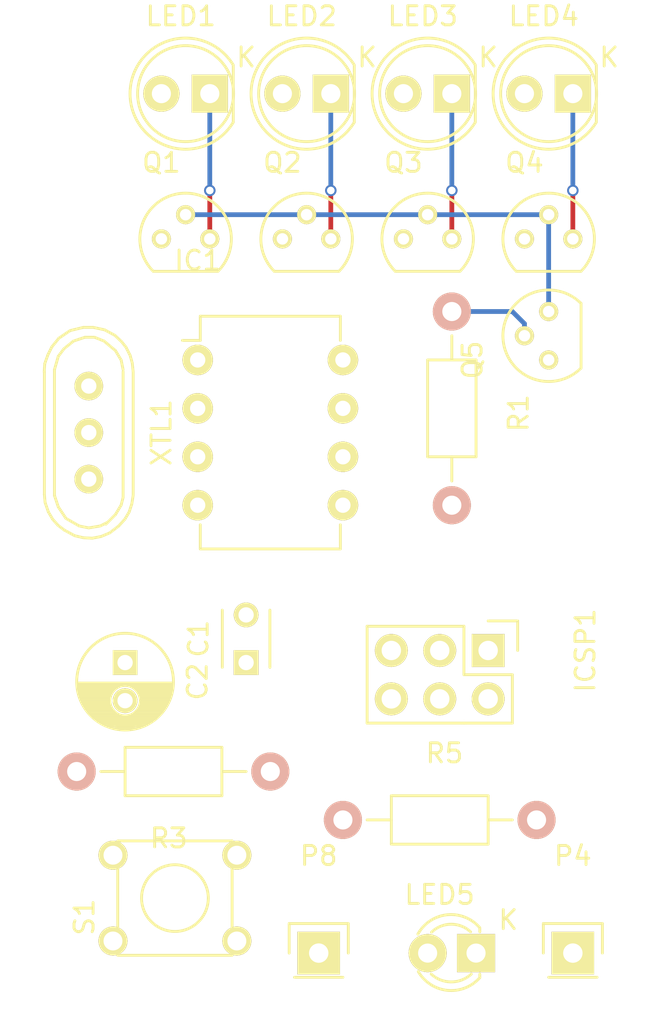
<source format=kicad_pcb>
(kicad_pcb (version 4) (host pcbnew 4.0.2-stable)

  (general
    (links 43)
    (no_connects 36)
    (area 0 0 0 0)
    (thickness 1.6)
    (drawings 0)
    (tracks 17)
    (zones 0)
    (modules 21)
    (nets 16)
  )

  (page A4)
  (layers
    (0 F.Cu signal)
    (31 B.Cu signal)
    (32 B.Adhes user)
    (33 F.Adhes user)
    (34 B.Paste user)
    (35 F.Paste user)
    (36 B.SilkS user)
    (37 F.SilkS user)
    (38 B.Mask user)
    (39 F.Mask user)
    (40 Dwgs.User user)
    (41 Cmts.User user)
    (42 Eco1.User user)
    (43 Eco2.User user)
    (44 Edge.Cuts user)
    (45 Margin user)
    (46 B.CrtYd user)
    (47 F.CrtYd user)
    (48 B.Fab user)
    (49 F.Fab user)
  )

  (setup
    (last_trace_width 0.25)
    (trace_clearance 0.2)
    (zone_clearance 0.508)
    (zone_45_only no)
    (trace_min 0.2)
    (segment_width 0.2)
    (edge_width 0.15)
    (via_size 0.6)
    (via_drill 0.4)
    (via_min_size 0.4)
    (via_min_drill 0.3)
    (uvia_size 0.3)
    (uvia_drill 0.1)
    (uvias_allowed no)
    (uvia_min_size 0.2)
    (uvia_min_drill 0.1)
    (pcb_text_width 0.3)
    (pcb_text_size 1.5 1.5)
    (mod_edge_width 0.15)
    (mod_text_size 1 1)
    (mod_text_width 0.15)
    (pad_size 1.524 1.524)
    (pad_drill 0.762)
    (pad_to_mask_clearance 0.2)
    (aux_axis_origin 0 0)
    (visible_elements FFFEFF7F)
    (pcbplotparams
      (layerselection 0x00030_80000001)
      (usegerberextensions false)
      (excludeedgelayer true)
      (linewidth 0.100000)
      (plotframeref false)
      (viasonmask false)
      (mode 1)
      (useauxorigin false)
      (hpglpennumber 1)
      (hpglpenspeed 20)
      (hpglpendiameter 15)
      (hpglpenoverlay 2)
      (psnegative false)
      (psa4output false)
      (plotreference true)
      (plotvalue true)
      (plotinvisibletext false)
      (padsonsilk false)
      (subtractmaskfromsilk false)
      (outputformat 1)
      (mirror false)
      (drillshape 1)
      (scaleselection 1)
      (outputdirectory ""))
  )

  (net 0 "")
  (net 1 VCC)
  (net 2 GND)
  (net 3 PB5)
  (net 4 PB3)
  (net 5 PB4)
  (net 6 PB0)
  (net 7 PB1)
  (net 8 PB2)
  (net 9 "Net-(LED1-Pad1)")
  (net 10 "Net-(LED2-Pad1)")
  (net 11 "Net-(LED3-Pad1)")
  (net 12 "Net-(LED4-Pad1)")
  (net 13 "Net-(LED5-Pad1)")
  (net 14 4xQ)
  (net 15 "Net-(Q5-Pad2)")

  (net_class Default "This is the default net class."
    (clearance 0.2)
    (trace_width 0.25)
    (via_dia 0.6)
    (via_drill 0.4)
    (uvia_dia 0.3)
    (uvia_drill 0.1)
    (add_net 4xQ)
    (add_net GND)
    (add_net "Net-(LED1-Pad1)")
    (add_net "Net-(LED2-Pad1)")
    (add_net "Net-(LED3-Pad1)")
    (add_net "Net-(LED4-Pad1)")
    (add_net "Net-(LED5-Pad1)")
    (add_net "Net-(Q5-Pad2)")
    (add_net PB0)
    (add_net PB1)
    (add_net PB2)
    (add_net PB3)
    (add_net PB4)
    (add_net PB5)
    (add_net VCC)
  )

  (module Capacitors_ThroughHole:C_Disc_D3_P2.5 (layer F.Cu) (tedit 0) (tstamp 57584DD7)
    (at 161.29 104.14 90)
    (descr "Capacitor 3mm Disc, Pitch 2.5mm")
    (tags Capacitor)
    (path /5757FD29)
    (fp_text reference C1 (at 1.25 -2.5 90) (layer F.SilkS)
      (effects (font (size 1 1) (thickness 0.15)))
    )
    (fp_text value 399-4151-ND (at 1.25 2.5 90) (layer F.Fab)
      (effects (font (size 1 1) (thickness 0.15)))
    )
    (fp_line (start -0.9 -1.5) (end 3.4 -1.5) (layer F.CrtYd) (width 0.05))
    (fp_line (start 3.4 -1.5) (end 3.4 1.5) (layer F.CrtYd) (width 0.05))
    (fp_line (start 3.4 1.5) (end -0.9 1.5) (layer F.CrtYd) (width 0.05))
    (fp_line (start -0.9 1.5) (end -0.9 -1.5) (layer F.CrtYd) (width 0.05))
    (fp_line (start -0.25 -1.25) (end 2.75 -1.25) (layer F.SilkS) (width 0.15))
    (fp_line (start 2.75 1.25) (end -0.25 1.25) (layer F.SilkS) (width 0.15))
    (pad 1 thru_hole rect (at 0 0 90) (size 1.3 1.3) (drill 0.8) (layers *.Cu *.Mask F.SilkS)
      (net 1 VCC))
    (pad 2 thru_hole circle (at 2.5 0 90) (size 1.3 1.3) (drill 0.8001) (layers *.Cu *.Mask F.SilkS)
      (net 2 GND))
    (model Capacitors_ThroughHole.3dshapes/C_Disc_D3_P2.5.wrl
      (at (xyz 0.0492126 0 0))
      (scale (xyz 1 1 1))
      (rotate (xyz 0 0 0))
    )
  )

  (module Capacitors_ThroughHole:C_Radial_D5_L11_P2 (layer F.Cu) (tedit 0) (tstamp 57584DDD)
    (at 154.94 104.14 270)
    (descr "Radial Electrolytic Capacitor 5mm x Length 11mm, Pitch 2mm")
    (tags "Electrolytic Capacitor")
    (path /5757FCDE)
    (fp_text reference C2 (at 1 -3.8 270) (layer F.SilkS)
      (effects (font (size 1 1) (thickness 0.15)))
    )
    (fp_text value 493-1004-ND (at 1 3.8 270) (layer F.Fab)
      (effects (font (size 1 1) (thickness 0.15)))
    )
    (fp_line (start 1.075 -2.499) (end 1.075 2.499) (layer F.SilkS) (width 0.15))
    (fp_line (start 1.215 -2.491) (end 1.215 -0.154) (layer F.SilkS) (width 0.15))
    (fp_line (start 1.215 0.154) (end 1.215 2.491) (layer F.SilkS) (width 0.15))
    (fp_line (start 1.355 -2.475) (end 1.355 -0.473) (layer F.SilkS) (width 0.15))
    (fp_line (start 1.355 0.473) (end 1.355 2.475) (layer F.SilkS) (width 0.15))
    (fp_line (start 1.495 -2.451) (end 1.495 -0.62) (layer F.SilkS) (width 0.15))
    (fp_line (start 1.495 0.62) (end 1.495 2.451) (layer F.SilkS) (width 0.15))
    (fp_line (start 1.635 -2.418) (end 1.635 -0.712) (layer F.SilkS) (width 0.15))
    (fp_line (start 1.635 0.712) (end 1.635 2.418) (layer F.SilkS) (width 0.15))
    (fp_line (start 1.775 -2.377) (end 1.775 -0.768) (layer F.SilkS) (width 0.15))
    (fp_line (start 1.775 0.768) (end 1.775 2.377) (layer F.SilkS) (width 0.15))
    (fp_line (start 1.915 -2.327) (end 1.915 -0.795) (layer F.SilkS) (width 0.15))
    (fp_line (start 1.915 0.795) (end 1.915 2.327) (layer F.SilkS) (width 0.15))
    (fp_line (start 2.055 -2.266) (end 2.055 -0.798) (layer F.SilkS) (width 0.15))
    (fp_line (start 2.055 0.798) (end 2.055 2.266) (layer F.SilkS) (width 0.15))
    (fp_line (start 2.195 -2.196) (end 2.195 -0.776) (layer F.SilkS) (width 0.15))
    (fp_line (start 2.195 0.776) (end 2.195 2.196) (layer F.SilkS) (width 0.15))
    (fp_line (start 2.335 -2.114) (end 2.335 -0.726) (layer F.SilkS) (width 0.15))
    (fp_line (start 2.335 0.726) (end 2.335 2.114) (layer F.SilkS) (width 0.15))
    (fp_line (start 2.475 -2.019) (end 2.475 -0.644) (layer F.SilkS) (width 0.15))
    (fp_line (start 2.475 0.644) (end 2.475 2.019) (layer F.SilkS) (width 0.15))
    (fp_line (start 2.615 -1.908) (end 2.615 -0.512) (layer F.SilkS) (width 0.15))
    (fp_line (start 2.615 0.512) (end 2.615 1.908) (layer F.SilkS) (width 0.15))
    (fp_line (start 2.755 -1.78) (end 2.755 -0.265) (layer F.SilkS) (width 0.15))
    (fp_line (start 2.755 0.265) (end 2.755 1.78) (layer F.SilkS) (width 0.15))
    (fp_line (start 2.895 -1.631) (end 2.895 1.631) (layer F.SilkS) (width 0.15))
    (fp_line (start 3.035 -1.452) (end 3.035 1.452) (layer F.SilkS) (width 0.15))
    (fp_line (start 3.175 -1.233) (end 3.175 1.233) (layer F.SilkS) (width 0.15))
    (fp_line (start 3.315 -0.944) (end 3.315 0.944) (layer F.SilkS) (width 0.15))
    (fp_line (start 3.455 -0.472) (end 3.455 0.472) (layer F.SilkS) (width 0.15))
    (fp_circle (center 2 0) (end 2 -0.8) (layer F.SilkS) (width 0.15))
    (fp_circle (center 1 0) (end 1 -2.5375) (layer F.SilkS) (width 0.15))
    (fp_circle (center 1 0) (end 1 -2.8) (layer F.CrtYd) (width 0.05))
    (pad 1 thru_hole rect (at 0 0 270) (size 1.3 1.3) (drill 0.8) (layers *.Cu *.Mask F.SilkS)
      (net 1 VCC))
    (pad 2 thru_hole circle (at 2 0 270) (size 1.3 1.3) (drill 0.8) (layers *.Cu *.Mask F.SilkS)
      (net 2 GND))
    (model Capacitors_ThroughHole.3dshapes/C_Radial_D5_L11_P2.wrl
      (at (xyz 0 0 0))
      (scale (xyz 1 1 1))
      (rotate (xyz 0 0 0))
    )
  )

  (module Housings_DIP:DIP-8_W7.62mm (layer F.Cu) (tedit 54130A77) (tstamp 57584DE9)
    (at 158.75 88.265)
    (descr "8-lead dip package, row spacing 7.62 mm (300 mils)")
    (tags "dil dip 2.54 300")
    (path /5757DE52)
    (fp_text reference IC1 (at 0 -5.22) (layer F.SilkS)
      (effects (font (size 1 1) (thickness 0.15)))
    )
    (fp_text value ATTINY85V-10PU-ND (at 0 -3.72) (layer F.Fab)
      (effects (font (size 1 1) (thickness 0.15)))
    )
    (fp_line (start -1.05 -2.45) (end -1.05 10.1) (layer F.CrtYd) (width 0.05))
    (fp_line (start 8.65 -2.45) (end 8.65 10.1) (layer F.CrtYd) (width 0.05))
    (fp_line (start -1.05 -2.45) (end 8.65 -2.45) (layer F.CrtYd) (width 0.05))
    (fp_line (start -1.05 10.1) (end 8.65 10.1) (layer F.CrtYd) (width 0.05))
    (fp_line (start 0.135 -2.295) (end 0.135 -1.025) (layer F.SilkS) (width 0.15))
    (fp_line (start 7.485 -2.295) (end 7.485 -1.025) (layer F.SilkS) (width 0.15))
    (fp_line (start 7.485 9.915) (end 7.485 8.645) (layer F.SilkS) (width 0.15))
    (fp_line (start 0.135 9.915) (end 0.135 8.645) (layer F.SilkS) (width 0.15))
    (fp_line (start 0.135 -2.295) (end 7.485 -2.295) (layer F.SilkS) (width 0.15))
    (fp_line (start 0.135 9.915) (end 7.485 9.915) (layer F.SilkS) (width 0.15))
    (fp_line (start 0.135 -1.025) (end -0.8 -1.025) (layer F.SilkS) (width 0.15))
    (pad 1 thru_hole oval (at 0 0) (size 1.6 1.6) (drill 0.8) (layers *.Cu *.Mask F.SilkS)
      (net 3 PB5))
    (pad 2 thru_hole oval (at 0 2.54) (size 1.6 1.6) (drill 0.8) (layers *.Cu *.Mask F.SilkS)
      (net 4 PB3))
    (pad 3 thru_hole oval (at 0 5.08) (size 1.6 1.6) (drill 0.8) (layers *.Cu *.Mask F.SilkS)
      (net 5 PB4))
    (pad 4 thru_hole oval (at 0 7.62) (size 1.6 1.6) (drill 0.8) (layers *.Cu *.Mask F.SilkS)
      (net 2 GND))
    (pad 5 thru_hole oval (at 7.62 7.62) (size 1.6 1.6) (drill 0.8) (layers *.Cu *.Mask F.SilkS)
      (net 6 PB0))
    (pad 6 thru_hole oval (at 7.62 5.08) (size 1.6 1.6) (drill 0.8) (layers *.Cu *.Mask F.SilkS)
      (net 7 PB1))
    (pad 7 thru_hole oval (at 7.62 2.54) (size 1.6 1.6) (drill 0.8) (layers *.Cu *.Mask F.SilkS)
      (net 8 PB2))
    (pad 8 thru_hole oval (at 7.62 0) (size 1.6 1.6) (drill 0.8) (layers *.Cu *.Mask F.SilkS)
      (net 1 VCC))
    (model Housings_DIP.3dshapes/DIP-8_W7.62mm.wrl
      (at (xyz 0 0 0))
      (scale (xyz 1 1 1))
      (rotate (xyz 0 0 0))
    )
  )

  (module LEDs:LED-5MM (layer F.Cu) (tedit 5570F7EA) (tstamp 57584DEF)
    (at 159.385 74.295 180)
    (descr "LED 5mm round vertical")
    (tags "LED 5mm round vertical")
    (path /57582165)
    (fp_text reference LED1 (at 1.524 4.064 180) (layer F.SilkS)
      (effects (font (size 1 1) (thickness 0.15)))
    )
    (fp_text value "1080-1082-ND " (at 1.524 -3.937 180) (layer F.Fab)
      (effects (font (size 1 1) (thickness 0.15)))
    )
    (fp_line (start -1.5 -1.55) (end -1.5 1.55) (layer F.CrtYd) (width 0.05))
    (fp_arc (start 1.3 0) (end -1.5 1.55) (angle -302) (layer F.CrtYd) (width 0.05))
    (fp_arc (start 1.27 0) (end -1.23 -1.5) (angle 297.5) (layer F.SilkS) (width 0.15))
    (fp_line (start -1.23 1.5) (end -1.23 -1.5) (layer F.SilkS) (width 0.15))
    (fp_circle (center 1.27 0) (end 0.97 -2.5) (layer F.SilkS) (width 0.15))
    (fp_text user K (at -1.905 1.905 180) (layer F.SilkS)
      (effects (font (size 1 1) (thickness 0.15)))
    )
    (pad 1 thru_hole rect (at 0 0 270) (size 2 1.9) (drill 1.00076) (layers *.Cu *.Mask F.SilkS)
      (net 9 "Net-(LED1-Pad1)"))
    (pad 2 thru_hole circle (at 2.54 0 180) (size 1.9 1.9) (drill 1.00076) (layers *.Cu *.Mask F.SilkS)
      (net 1 VCC))
    (model LEDs.3dshapes/LED-5MM.wrl
      (at (xyz 0.05 0 0))
      (scale (xyz 1 1 1))
      (rotate (xyz 0 0 90))
    )
  )

  (module LEDs:LED-5MM (layer F.Cu) (tedit 5570F7EA) (tstamp 57584DF5)
    (at 165.735 74.295 180)
    (descr "LED 5mm round vertical")
    (tags "LED 5mm round vertical")
    (path /575824DC)
    (fp_text reference LED2 (at 1.524 4.064 180) (layer F.SilkS)
      (effects (font (size 1 1) (thickness 0.15)))
    )
    (fp_text value "1080-1080-ND " (at 1.524 -3.937 180) (layer F.Fab)
      (effects (font (size 1 1) (thickness 0.15)))
    )
    (fp_line (start -1.5 -1.55) (end -1.5 1.55) (layer F.CrtYd) (width 0.05))
    (fp_arc (start 1.3 0) (end -1.5 1.55) (angle -302) (layer F.CrtYd) (width 0.05))
    (fp_arc (start 1.27 0) (end -1.23 -1.5) (angle 297.5) (layer F.SilkS) (width 0.15))
    (fp_line (start -1.23 1.5) (end -1.23 -1.5) (layer F.SilkS) (width 0.15))
    (fp_circle (center 1.27 0) (end 0.97 -2.5) (layer F.SilkS) (width 0.15))
    (fp_text user K (at -1.905 1.905 180) (layer F.SilkS)
      (effects (font (size 1 1) (thickness 0.15)))
    )
    (pad 1 thru_hole rect (at 0 0 270) (size 2 1.9) (drill 1.00076) (layers *.Cu *.Mask F.SilkS)
      (net 10 "Net-(LED2-Pad1)"))
    (pad 2 thru_hole circle (at 2.54 0 180) (size 1.9 1.9) (drill 1.00076) (layers *.Cu *.Mask F.SilkS)
      (net 1 VCC))
    (model LEDs.3dshapes/LED-5MM.wrl
      (at (xyz 0.05 0 0))
      (scale (xyz 1 1 1))
      (rotate (xyz 0 0 90))
    )
  )

  (module LEDs:LED-5MM (layer F.Cu) (tedit 5570F7EA) (tstamp 57584DFB)
    (at 172.085 74.295 180)
    (descr "LED 5mm round vertical")
    (tags "LED 5mm round vertical")
    (path /575825CB)
    (fp_text reference LED3 (at 1.524 4.064 180) (layer F.SilkS)
      (effects (font (size 1 1) (thickness 0.15)))
    )
    (fp_text value "1080-1080-ND " (at 1.524 -3.937 180) (layer F.Fab)
      (effects (font (size 1 1) (thickness 0.15)))
    )
    (fp_line (start -1.5 -1.55) (end -1.5 1.55) (layer F.CrtYd) (width 0.05))
    (fp_arc (start 1.3 0) (end -1.5 1.55) (angle -302) (layer F.CrtYd) (width 0.05))
    (fp_arc (start 1.27 0) (end -1.23 -1.5) (angle 297.5) (layer F.SilkS) (width 0.15))
    (fp_line (start -1.23 1.5) (end -1.23 -1.5) (layer F.SilkS) (width 0.15))
    (fp_circle (center 1.27 0) (end 0.97 -2.5) (layer F.SilkS) (width 0.15))
    (fp_text user K (at -1.905 1.905 180) (layer F.SilkS)
      (effects (font (size 1 1) (thickness 0.15)))
    )
    (pad 1 thru_hole rect (at 0 0 270) (size 2 1.9) (drill 1.00076) (layers *.Cu *.Mask F.SilkS)
      (net 11 "Net-(LED3-Pad1)"))
    (pad 2 thru_hole circle (at 2.54 0 180) (size 1.9 1.9) (drill 1.00076) (layers *.Cu *.Mask F.SilkS)
      (net 1 VCC))
    (model LEDs.3dshapes/LED-5MM.wrl
      (at (xyz 0.05 0 0))
      (scale (xyz 1 1 1))
      (rotate (xyz 0 0 90))
    )
  )

  (module LEDs:LED-5MM (layer F.Cu) (tedit 5570F7EA) (tstamp 57584E01)
    (at 178.435 74.295 180)
    (descr "LED 5mm round vertical")
    (tags "LED 5mm round vertical")
    (path /57581A41)
    (fp_text reference LED4 (at 1.524 4.064 180) (layer F.SilkS)
      (effects (font (size 1 1) (thickness 0.15)))
    )
    (fp_text value "1080-1082-ND " (at 1.524 -3.937 180) (layer F.Fab)
      (effects (font (size 1 1) (thickness 0.15)))
    )
    (fp_line (start -1.5 -1.55) (end -1.5 1.55) (layer F.CrtYd) (width 0.05))
    (fp_arc (start 1.3 0) (end -1.5 1.55) (angle -302) (layer F.CrtYd) (width 0.05))
    (fp_arc (start 1.27 0) (end -1.23 -1.5) (angle 297.5) (layer F.SilkS) (width 0.15))
    (fp_line (start -1.23 1.5) (end -1.23 -1.5) (layer F.SilkS) (width 0.15))
    (fp_circle (center 1.27 0) (end 0.97 -2.5) (layer F.SilkS) (width 0.15))
    (fp_text user K (at -1.905 1.905 180) (layer F.SilkS)
      (effects (font (size 1 1) (thickness 0.15)))
    )
    (pad 1 thru_hole rect (at 0 0 270) (size 2 1.9) (drill 1.00076) (layers *.Cu *.Mask F.SilkS)
      (net 12 "Net-(LED4-Pad1)"))
    (pad 2 thru_hole circle (at 2.54 0 180) (size 1.9 1.9) (drill 1.00076) (layers *.Cu *.Mask F.SilkS)
      (net 1 VCC))
    (model LEDs.3dshapes/LED-5MM.wrl
      (at (xyz 0.05 0 0))
      (scale (xyz 1 1 1))
      (rotate (xyz 0 0 90))
    )
  )

  (module LEDs:LED-3MM (layer F.Cu) (tedit 559B82F6) (tstamp 57584E07)
    (at 173.355 119.38 180)
    (descr "LED 3mm round vertical")
    (tags "LED  3mm round vertical")
    (path /57583B30)
    (fp_text reference LED5 (at 1.91 3.06 180) (layer F.SilkS)
      (effects (font (size 1 1) (thickness 0.15)))
    )
    (fp_text value 754-1735-ND (at 1.3 -2.9 180) (layer F.Fab)
      (effects (font (size 1 1) (thickness 0.15)))
    )
    (fp_line (start -1.2 2.3) (end 3.8 2.3) (layer F.CrtYd) (width 0.05))
    (fp_line (start 3.8 2.3) (end 3.8 -2.2) (layer F.CrtYd) (width 0.05))
    (fp_line (start 3.8 -2.2) (end -1.2 -2.2) (layer F.CrtYd) (width 0.05))
    (fp_line (start -1.2 -2.2) (end -1.2 2.3) (layer F.CrtYd) (width 0.05))
    (fp_line (start -0.199 1.314) (end -0.199 1.114) (layer F.SilkS) (width 0.15))
    (fp_line (start -0.199 -1.28) (end -0.199 -1.1) (layer F.SilkS) (width 0.15))
    (fp_arc (start 1.301 0.034) (end -0.199 -1.286) (angle 108.5) (layer F.SilkS) (width 0.15))
    (fp_arc (start 1.301 0.034) (end 0.25 -1.1) (angle 85.7) (layer F.SilkS) (width 0.15))
    (fp_arc (start 1.311 0.034) (end 3.051 0.994) (angle 110) (layer F.SilkS) (width 0.15))
    (fp_arc (start 1.301 0.034) (end 2.335 1.094) (angle 87.5) (layer F.SilkS) (width 0.15))
    (fp_text user K (at -1.69 1.74 180) (layer F.SilkS)
      (effects (font (size 1 1) (thickness 0.15)))
    )
    (pad 1 thru_hole rect (at 0 0 270) (size 2 2) (drill 1.00076) (layers *.Cu *.Mask F.SilkS)
      (net 13 "Net-(LED5-Pad1)"))
    (pad 2 thru_hole circle (at 2.54 0 180) (size 2 2) (drill 1.00076) (layers *.Cu *.Mask F.SilkS)
      (net 1 VCC))
    (model LEDs.3dshapes/LED-3MM.wrl
      (at (xyz 0.05 0 0))
      (scale (xyz 1 1 1))
      (rotate (xyz 0 0 90))
    )
  )

  (module TO_SOT_Packages_THT:TO-92_Molded_Narrow (layer F.Cu) (tedit 54F242E1) (tstamp 57584E0E)
    (at 156.845 81.915)
    (descr "TO-92 leads molded, narrow, drill 0.6mm (see NXP sot054_po.pdf)")
    (tags "to-92 sc-43 sc-43a sot54 PA33 transistor")
    (path /5758215F)
    (fp_text reference Q1 (at 0 -4) (layer F.SilkS)
      (effects (font (size 1 1) (thickness 0.15)))
    )
    (fp_text value PN2222ATFCT-ND (at 0 3) (layer F.Fab)
      (effects (font (size 1 1) (thickness 0.15)))
    )
    (fp_line (start -1.4 1.95) (end -1.4 -2.65) (layer F.CrtYd) (width 0.05))
    (fp_line (start -1.4 1.95) (end 3.9 1.95) (layer F.CrtYd) (width 0.05))
    (fp_line (start -0.43 1.7) (end 2.97 1.7) (layer F.SilkS) (width 0.15))
    (fp_arc (start 1.27 0) (end 1.27 -2.4) (angle -135) (layer F.SilkS) (width 0.15))
    (fp_arc (start 1.27 0) (end 1.27 -2.4) (angle 135) (layer F.SilkS) (width 0.15))
    (fp_line (start -1.4 -2.65) (end 3.9 -2.65) (layer F.CrtYd) (width 0.05))
    (fp_line (start 3.9 1.95) (end 3.9 -2.65) (layer F.CrtYd) (width 0.05))
    (pad 2 thru_hole circle (at 1.27 -1.27 90) (size 1.00076 1.00076) (drill 0.6) (layers *.Cu *.Mask F.SilkS)
      (net 14 4xQ))
    (pad 3 thru_hole circle (at 2.54 0 90) (size 1.00076 1.00076) (drill 0.6) (layers *.Cu *.Mask F.SilkS)
      (net 9 "Net-(LED1-Pad1)"))
    (pad 1 thru_hole circle (at 0 0 90) (size 1.00076 1.00076) (drill 0.6) (layers *.Cu *.Mask F.SilkS)
      (net 2 GND))
    (model TO_SOT_Packages_THT.3dshapes/TO-92_Molded_Narrow.wrl
      (at (xyz 0.05 0 0))
      (scale (xyz 1 1 1))
      (rotate (xyz 0 0 -90))
    )
  )

  (module TO_SOT_Packages_THT:TO-92_Molded_Narrow (layer F.Cu) (tedit 54F242E1) (tstamp 57584E15)
    (at 163.195 81.915)
    (descr "TO-92 leads molded, narrow, drill 0.6mm (see NXP sot054_po.pdf)")
    (tags "to-92 sc-43 sc-43a sot54 PA33 transistor")
    (path /575824D6)
    (fp_text reference Q2 (at 0 -4) (layer F.SilkS)
      (effects (font (size 1 1) (thickness 0.15)))
    )
    (fp_text value PN2222ATFCT-ND (at 0 3) (layer F.Fab)
      (effects (font (size 1 1) (thickness 0.15)))
    )
    (fp_line (start -1.4 1.95) (end -1.4 -2.65) (layer F.CrtYd) (width 0.05))
    (fp_line (start -1.4 1.95) (end 3.9 1.95) (layer F.CrtYd) (width 0.05))
    (fp_line (start -0.43 1.7) (end 2.97 1.7) (layer F.SilkS) (width 0.15))
    (fp_arc (start 1.27 0) (end 1.27 -2.4) (angle -135) (layer F.SilkS) (width 0.15))
    (fp_arc (start 1.27 0) (end 1.27 -2.4) (angle 135) (layer F.SilkS) (width 0.15))
    (fp_line (start -1.4 -2.65) (end 3.9 -2.65) (layer F.CrtYd) (width 0.05))
    (fp_line (start 3.9 1.95) (end 3.9 -2.65) (layer F.CrtYd) (width 0.05))
    (pad 2 thru_hole circle (at 1.27 -1.27 90) (size 1.00076 1.00076) (drill 0.6) (layers *.Cu *.Mask F.SilkS)
      (net 14 4xQ))
    (pad 3 thru_hole circle (at 2.54 0 90) (size 1.00076 1.00076) (drill 0.6) (layers *.Cu *.Mask F.SilkS)
      (net 10 "Net-(LED2-Pad1)"))
    (pad 1 thru_hole circle (at 0 0 90) (size 1.00076 1.00076) (drill 0.6) (layers *.Cu *.Mask F.SilkS)
      (net 2 GND))
    (model TO_SOT_Packages_THT.3dshapes/TO-92_Molded_Narrow.wrl
      (at (xyz 0.05 0 0))
      (scale (xyz 1 1 1))
      (rotate (xyz 0 0 -90))
    )
  )

  (module TO_SOT_Packages_THT:TO-92_Molded_Narrow (layer F.Cu) (tedit 54F242E1) (tstamp 57584E1C)
    (at 169.545 81.915)
    (descr "TO-92 leads molded, narrow, drill 0.6mm (see NXP sot054_po.pdf)")
    (tags "to-92 sc-43 sc-43a sot54 PA33 transistor")
    (path /575825C5)
    (fp_text reference Q3 (at 0 -4) (layer F.SilkS)
      (effects (font (size 1 1) (thickness 0.15)))
    )
    (fp_text value PN2222ATFCT-ND (at 0 3) (layer F.Fab)
      (effects (font (size 1 1) (thickness 0.15)))
    )
    (fp_line (start -1.4 1.95) (end -1.4 -2.65) (layer F.CrtYd) (width 0.05))
    (fp_line (start -1.4 1.95) (end 3.9 1.95) (layer F.CrtYd) (width 0.05))
    (fp_line (start -0.43 1.7) (end 2.97 1.7) (layer F.SilkS) (width 0.15))
    (fp_arc (start 1.27 0) (end 1.27 -2.4) (angle -135) (layer F.SilkS) (width 0.15))
    (fp_arc (start 1.27 0) (end 1.27 -2.4) (angle 135) (layer F.SilkS) (width 0.15))
    (fp_line (start -1.4 -2.65) (end 3.9 -2.65) (layer F.CrtYd) (width 0.05))
    (fp_line (start 3.9 1.95) (end 3.9 -2.65) (layer F.CrtYd) (width 0.05))
    (pad 2 thru_hole circle (at 1.27 -1.27 90) (size 1.00076 1.00076) (drill 0.6) (layers *.Cu *.Mask F.SilkS)
      (net 14 4xQ))
    (pad 3 thru_hole circle (at 2.54 0 90) (size 1.00076 1.00076) (drill 0.6) (layers *.Cu *.Mask F.SilkS)
      (net 11 "Net-(LED3-Pad1)"))
    (pad 1 thru_hole circle (at 0 0 90) (size 1.00076 1.00076) (drill 0.6) (layers *.Cu *.Mask F.SilkS)
      (net 2 GND))
    (model TO_SOT_Packages_THT.3dshapes/TO-92_Molded_Narrow.wrl
      (at (xyz 0.05 0 0))
      (scale (xyz 1 1 1))
      (rotate (xyz 0 0 -90))
    )
  )

  (module TO_SOT_Packages_THT:TO-92_Molded_Narrow (layer F.Cu) (tedit 54F242E1) (tstamp 57584E23)
    (at 175.895 81.915)
    (descr "TO-92 leads molded, narrow, drill 0.6mm (see NXP sot054_po.pdf)")
    (tags "to-92 sc-43 sc-43a sot54 PA33 transistor")
    (path /575819B0)
    (fp_text reference Q4 (at 0 -4) (layer F.SilkS)
      (effects (font (size 1 1) (thickness 0.15)))
    )
    (fp_text value PN2222ATFCT-ND (at 0 3) (layer F.Fab)
      (effects (font (size 1 1) (thickness 0.15)))
    )
    (fp_line (start -1.4 1.95) (end -1.4 -2.65) (layer F.CrtYd) (width 0.05))
    (fp_line (start -1.4 1.95) (end 3.9 1.95) (layer F.CrtYd) (width 0.05))
    (fp_line (start -0.43 1.7) (end 2.97 1.7) (layer F.SilkS) (width 0.15))
    (fp_arc (start 1.27 0) (end 1.27 -2.4) (angle -135) (layer F.SilkS) (width 0.15))
    (fp_arc (start 1.27 0) (end 1.27 -2.4) (angle 135) (layer F.SilkS) (width 0.15))
    (fp_line (start -1.4 -2.65) (end 3.9 -2.65) (layer F.CrtYd) (width 0.05))
    (fp_line (start 3.9 1.95) (end 3.9 -2.65) (layer F.CrtYd) (width 0.05))
    (pad 2 thru_hole circle (at 1.27 -1.27 90) (size 1.00076 1.00076) (drill 0.6) (layers *.Cu *.Mask F.SilkS)
      (net 14 4xQ))
    (pad 3 thru_hole circle (at 2.54 0 90) (size 1.00076 1.00076) (drill 0.6) (layers *.Cu *.Mask F.SilkS)
      (net 12 "Net-(LED4-Pad1)"))
    (pad 1 thru_hole circle (at 0 0 90) (size 1.00076 1.00076) (drill 0.6) (layers *.Cu *.Mask F.SilkS)
      (net 2 GND))
    (model TO_SOT_Packages_THT.3dshapes/TO-92_Molded_Narrow.wrl
      (at (xyz 0.05 0 0))
      (scale (xyz 1 1 1))
      (rotate (xyz 0 0 -90))
    )
  )

  (module TO_SOT_Packages_THT:TO-92_Molded_Narrow (layer F.Cu) (tedit 54F242E1) (tstamp 57584E2A)
    (at 177.165 88.265 90)
    (descr "TO-92 leads molded, narrow, drill 0.6mm (see NXP sot054_po.pdf)")
    (tags "to-92 sc-43 sc-43a sot54 PA33 transistor")
    (path /57580AE2)
    (fp_text reference Q5 (at 0 -4 90) (layer F.SilkS)
      (effects (font (size 1 1) (thickness 0.15)))
    )
    (fp_text value PN2907-ND (at 0 3 90) (layer F.Fab)
      (effects (font (size 1 1) (thickness 0.15)))
    )
    (fp_line (start -1.4 1.95) (end -1.4 -2.65) (layer F.CrtYd) (width 0.05))
    (fp_line (start -1.4 1.95) (end 3.9 1.95) (layer F.CrtYd) (width 0.05))
    (fp_line (start -0.43 1.7) (end 2.97 1.7) (layer F.SilkS) (width 0.15))
    (fp_arc (start 1.27 0) (end 1.27 -2.4) (angle -135) (layer F.SilkS) (width 0.15))
    (fp_arc (start 1.27 0) (end 1.27 -2.4) (angle 135) (layer F.SilkS) (width 0.15))
    (fp_line (start -1.4 -2.65) (end 3.9 -2.65) (layer F.CrtYd) (width 0.05))
    (fp_line (start 3.9 1.95) (end 3.9 -2.65) (layer F.CrtYd) (width 0.05))
    (pad 2 thru_hole circle (at 1.27 -1.27 180) (size 1.00076 1.00076) (drill 0.6) (layers *.Cu *.Mask F.SilkS)
      (net 15 "Net-(Q5-Pad2)"))
    (pad 3 thru_hole circle (at 2.54 0 180) (size 1.00076 1.00076) (drill 0.6) (layers *.Cu *.Mask F.SilkS)
      (net 14 4xQ))
    (pad 1 thru_hole circle (at 0 0 180) (size 1.00076 1.00076) (drill 0.6) (layers *.Cu *.Mask F.SilkS)
      (net 1 VCC))
    (model TO_SOT_Packages_THT.3dshapes/TO-92_Molded_Narrow.wrl
      (at (xyz 0.05 0 0))
      (scale (xyz 1 1 1))
      (rotate (xyz 0 0 -90))
    )
  )

  (module Resistors_ThroughHole:Resistor_Horizontal_RM10mm (layer F.Cu) (tedit 56648415) (tstamp 57584E30)
    (at 172.085 85.725 270)
    (descr "Resistor, Axial,  RM 10mm, 1/3W")
    (tags "Resistor Axial RM 10mm 1/3W")
    (path /5758072A)
    (fp_text reference R1 (at 5.32892 -3.50012 270) (layer F.SilkS)
      (effects (font (size 1 1) (thickness 0.15)))
    )
    (fp_text value 1K (at 5.08 3.81 270) (layer F.Fab)
      (effects (font (size 1 1) (thickness 0.15)))
    )
    (fp_line (start -1.25 -1.5) (end 11.4 -1.5) (layer F.CrtYd) (width 0.05))
    (fp_line (start -1.25 1.5) (end -1.25 -1.5) (layer F.CrtYd) (width 0.05))
    (fp_line (start 11.4 -1.5) (end 11.4 1.5) (layer F.CrtYd) (width 0.05))
    (fp_line (start -1.25 1.5) (end 11.4 1.5) (layer F.CrtYd) (width 0.05))
    (fp_line (start 2.54 -1.27) (end 7.62 -1.27) (layer F.SilkS) (width 0.15))
    (fp_line (start 7.62 -1.27) (end 7.62 1.27) (layer F.SilkS) (width 0.15))
    (fp_line (start 7.62 1.27) (end 2.54 1.27) (layer F.SilkS) (width 0.15))
    (fp_line (start 2.54 1.27) (end 2.54 -1.27) (layer F.SilkS) (width 0.15))
    (fp_line (start 2.54 0) (end 1.27 0) (layer F.SilkS) (width 0.15))
    (fp_line (start 7.62 0) (end 8.89 0) (layer F.SilkS) (width 0.15))
    (pad 1 thru_hole circle (at 0 0 270) (size 1.99898 1.99898) (drill 1.00076) (layers *.Cu *.SilkS *.Mask)
      (net 15 "Net-(Q5-Pad2)"))
    (pad 2 thru_hole circle (at 10.16 0 270) (size 1.99898 1.99898) (drill 1.00076) (layers *.Cu *.SilkS *.Mask)
      (net 6 PB0))
    (model Resistors_ThroughHole.3dshapes/Resistor_Horizontal_RM10mm.wrl
      (at (xyz 0.2 0 0))
      (scale (xyz 0.4 0.4 0.4))
      (rotate (xyz 0 0 0))
    )
  )

  (module Resistors_ThroughHole:Resistor_Horizontal_RM10mm (layer F.Cu) (tedit 56648415) (tstamp 57584E36)
    (at 162.56 109.855 180)
    (descr "Resistor, Axial,  RM 10mm, 1/3W")
    (tags "Resistor Axial RM 10mm 1/3W")
    (path /5758897B)
    (fp_text reference R3 (at 5.32892 -3.50012 180) (layer F.SilkS)
      (effects (font (size 1 1) (thickness 0.15)))
    )
    (fp_text value 10K (at 5.08 3.81 180) (layer F.Fab)
      (effects (font (size 1 1) (thickness 0.15)))
    )
    (fp_line (start -1.25 -1.5) (end 11.4 -1.5) (layer F.CrtYd) (width 0.05))
    (fp_line (start -1.25 1.5) (end -1.25 -1.5) (layer F.CrtYd) (width 0.05))
    (fp_line (start 11.4 -1.5) (end 11.4 1.5) (layer F.CrtYd) (width 0.05))
    (fp_line (start -1.25 1.5) (end 11.4 1.5) (layer F.CrtYd) (width 0.05))
    (fp_line (start 2.54 -1.27) (end 7.62 -1.27) (layer F.SilkS) (width 0.15))
    (fp_line (start 7.62 -1.27) (end 7.62 1.27) (layer F.SilkS) (width 0.15))
    (fp_line (start 7.62 1.27) (end 2.54 1.27) (layer F.SilkS) (width 0.15))
    (fp_line (start 2.54 1.27) (end 2.54 -1.27) (layer F.SilkS) (width 0.15))
    (fp_line (start 2.54 0) (end 1.27 0) (layer F.SilkS) (width 0.15))
    (fp_line (start 7.62 0) (end 8.89 0) (layer F.SilkS) (width 0.15))
    (pad 1 thru_hole circle (at 0 0 180) (size 1.99898 1.99898) (drill 1.00076) (layers *.Cu *.SilkS *.Mask)
      (net 2 GND))
    (pad 2 thru_hole circle (at 10.16 0 180) (size 1.99898 1.99898) (drill 1.00076) (layers *.Cu *.SilkS *.Mask)
      (net 7 PB1))
    (model Resistors_ThroughHole.3dshapes/Resistor_Horizontal_RM10mm.wrl
      (at (xyz 0.2 0 0))
      (scale (xyz 0.4 0.4 0.4))
      (rotate (xyz 0 0 0))
    )
  )

  (module Resistors_ThroughHole:Resistor_Horizontal_RM10mm (layer F.Cu) (tedit 56648415) (tstamp 57584E3C)
    (at 166.37 112.395)
    (descr "Resistor, Axial,  RM 10mm, 1/3W")
    (tags "Resistor Axial RM 10mm 1/3W")
    (path /57583A9E)
    (fp_text reference R5 (at 5.32892 -3.50012) (layer F.SilkS)
      (effects (font (size 1 1) (thickness 0.15)))
    )
    (fp_text value 1K (at 5.08 3.81) (layer F.Fab)
      (effects (font (size 1 1) (thickness 0.15)))
    )
    (fp_line (start -1.25 -1.5) (end 11.4 -1.5) (layer F.CrtYd) (width 0.05))
    (fp_line (start -1.25 1.5) (end -1.25 -1.5) (layer F.CrtYd) (width 0.05))
    (fp_line (start 11.4 -1.5) (end 11.4 1.5) (layer F.CrtYd) (width 0.05))
    (fp_line (start -1.25 1.5) (end 11.4 1.5) (layer F.CrtYd) (width 0.05))
    (fp_line (start 2.54 -1.27) (end 7.62 -1.27) (layer F.SilkS) (width 0.15))
    (fp_line (start 7.62 -1.27) (end 7.62 1.27) (layer F.SilkS) (width 0.15))
    (fp_line (start 7.62 1.27) (end 2.54 1.27) (layer F.SilkS) (width 0.15))
    (fp_line (start 2.54 1.27) (end 2.54 -1.27) (layer F.SilkS) (width 0.15))
    (fp_line (start 2.54 0) (end 1.27 0) (layer F.SilkS) (width 0.15))
    (fp_line (start 7.62 0) (end 8.89 0) (layer F.SilkS) (width 0.15))
    (pad 1 thru_hole circle (at 0 0) (size 1.99898 1.99898) (drill 1.00076) (layers *.Cu *.SilkS *.Mask)
      (net 13 "Net-(LED5-Pad1)"))
    (pad 2 thru_hole circle (at 10.16 0) (size 1.99898 1.99898) (drill 1.00076) (layers *.Cu *.SilkS *.Mask)
      (net 8 PB2))
    (model Resistors_ThroughHole.3dshapes/Resistor_Horizontal_RM10mm.wrl
      (at (xyz 0.2 0 0))
      (scale (xyz 0.4 0.4 0.4))
      (rotate (xyz 0 0 0))
    )
  )

  (module Pin_Headers:Pin_Header_Straight_2x03 (layer F.Cu) (tedit 54EA0A4B) (tstamp 57585274)
    (at 173.99 103.505 270)
    (descr "Through hole pin header")
    (tags "pin header")
    (path /5757F402)
    (fp_text reference ICSP1 (at 0 -5.1 270) (layer F.SilkS)
      (effects (font (size 1 1) (thickness 0.15)))
    )
    (fp_text value CONN_02X03 (at 0 -3.1 270) (layer F.Fab)
      (effects (font (size 1 1) (thickness 0.15)))
    )
    (fp_line (start -1.27 1.27) (end -1.27 6.35) (layer F.SilkS) (width 0.15))
    (fp_line (start -1.55 -1.55) (end 0 -1.55) (layer F.SilkS) (width 0.15))
    (fp_line (start -1.75 -1.75) (end -1.75 6.85) (layer F.CrtYd) (width 0.05))
    (fp_line (start 4.3 -1.75) (end 4.3 6.85) (layer F.CrtYd) (width 0.05))
    (fp_line (start -1.75 -1.75) (end 4.3 -1.75) (layer F.CrtYd) (width 0.05))
    (fp_line (start -1.75 6.85) (end 4.3 6.85) (layer F.CrtYd) (width 0.05))
    (fp_line (start 1.27 -1.27) (end 1.27 1.27) (layer F.SilkS) (width 0.15))
    (fp_line (start 1.27 1.27) (end -1.27 1.27) (layer F.SilkS) (width 0.15))
    (fp_line (start -1.27 6.35) (end 3.81 6.35) (layer F.SilkS) (width 0.15))
    (fp_line (start 3.81 6.35) (end 3.81 1.27) (layer F.SilkS) (width 0.15))
    (fp_line (start -1.55 -1.55) (end -1.55 0) (layer F.SilkS) (width 0.15))
    (fp_line (start 3.81 -1.27) (end 1.27 -1.27) (layer F.SilkS) (width 0.15))
    (fp_line (start 3.81 1.27) (end 3.81 -1.27) (layer F.SilkS) (width 0.15))
    (pad 1 thru_hole rect (at 0 0 270) (size 1.7272 1.7272) (drill 1.016) (layers *.Cu *.Mask F.SilkS)
      (net 7 PB1))
    (pad 2 thru_hole oval (at 2.54 0 270) (size 1.7272 1.7272) (drill 1.016) (layers *.Cu *.Mask F.SilkS)
      (net 1 VCC))
    (pad 3 thru_hole oval (at 0 2.54 270) (size 1.7272 1.7272) (drill 1.016) (layers *.Cu *.Mask F.SilkS)
      (net 8 PB2))
    (pad 4 thru_hole oval (at 2.54 2.54 270) (size 1.7272 1.7272) (drill 1.016) (layers *.Cu *.Mask F.SilkS)
      (net 6 PB0))
    (pad 5 thru_hole oval (at 0 5.08 270) (size 1.7272 1.7272) (drill 1.016) (layers *.Cu *.Mask F.SilkS)
      (net 3 PB5))
    (pad 6 thru_hole oval (at 2.54 5.08 270) (size 1.7272 1.7272) (drill 1.016) (layers *.Cu *.Mask F.SilkS)
      (net 2 GND))
    (model Pin_Headers.3dshapes/Pin_Header_Straight_2x03.wrl
      (at (xyz 0.05 -0.1 0))
      (scale (xyz 1 1 1))
      (rotate (xyz 0 0 90))
    )
  )

  (module Pin_Headers:Pin_Header_Straight_1x01 (layer F.Cu) (tedit 54EA08DC) (tstamp 57585279)
    (at 178.435 119.38)
    (descr "Through hole pin header")
    (tags "pin header")
    (path /5757F8D2)
    (fp_text reference P4 (at 0 -5.1) (layer F.SilkS)
      (effects (font (size 1 1) (thickness 0.15)))
    )
    (fp_text value - (at 0 -3.1) (layer F.Fab)
      (effects (font (size 1 1) (thickness 0.15)))
    )
    (fp_line (start 1.55 -1.55) (end 1.55 0) (layer F.SilkS) (width 0.15))
    (fp_line (start -1.75 -1.75) (end -1.75 1.75) (layer F.CrtYd) (width 0.05))
    (fp_line (start 1.75 -1.75) (end 1.75 1.75) (layer F.CrtYd) (width 0.05))
    (fp_line (start -1.75 -1.75) (end 1.75 -1.75) (layer F.CrtYd) (width 0.05))
    (fp_line (start -1.75 1.75) (end 1.75 1.75) (layer F.CrtYd) (width 0.05))
    (fp_line (start -1.55 0) (end -1.55 -1.55) (layer F.SilkS) (width 0.15))
    (fp_line (start -1.55 -1.55) (end 1.55 -1.55) (layer F.SilkS) (width 0.15))
    (fp_line (start -1.27 1.27) (end 1.27 1.27) (layer F.SilkS) (width 0.15))
    (pad 1 thru_hole rect (at 0 0) (size 2.2352 2.2352) (drill 1.016) (layers *.Cu *.Mask F.SilkS)
      (net 2 GND))
    (model Pin_Headers.3dshapes/Pin_Header_Straight_1x01.wrl
      (at (xyz 0 0 0))
      (scale (xyz 1 1 1))
      (rotate (xyz 0 0 90))
    )
  )

  (module Pin_Headers:Pin_Header_Straight_1x01 (layer F.Cu) (tedit 54EA08DC) (tstamp 5758527E)
    (at 165.1 119.38)
    (descr "Through hole pin header")
    (tags "pin header")
    (path /5757F872)
    (fp_text reference P8 (at 0 -5.1) (layer F.SilkS)
      (effects (font (size 1 1) (thickness 0.15)))
    )
    (fp_text value + (at 0 -3.1) (layer F.Fab)
      (effects (font (size 1 1) (thickness 0.15)))
    )
    (fp_line (start 1.55 -1.55) (end 1.55 0) (layer F.SilkS) (width 0.15))
    (fp_line (start -1.75 -1.75) (end -1.75 1.75) (layer F.CrtYd) (width 0.05))
    (fp_line (start 1.75 -1.75) (end 1.75 1.75) (layer F.CrtYd) (width 0.05))
    (fp_line (start -1.75 -1.75) (end 1.75 -1.75) (layer F.CrtYd) (width 0.05))
    (fp_line (start -1.75 1.75) (end 1.75 1.75) (layer F.CrtYd) (width 0.05))
    (fp_line (start -1.55 0) (end -1.55 -1.55) (layer F.SilkS) (width 0.15))
    (fp_line (start -1.55 -1.55) (end 1.55 -1.55) (layer F.SilkS) (width 0.15))
    (fp_line (start -1.27 1.27) (end 1.27 1.27) (layer F.SilkS) (width 0.15))
    (pad 1 thru_hole rect (at 0 0) (size 2.2352 2.2352) (drill 1.016) (layers *.Cu *.Mask F.SilkS)
      (net 1 VCC))
    (model Pin_Headers.3dshapes/Pin_Header_Straight_1x01.wrl
      (at (xyz 0 0 0))
      (scale (xyz 1 1 1))
      (rotate (xyz 0 0 90))
    )
  )

  (module "tvbgone_footprints:TE-Connectivity-Alcoswitch-Switches 1825910-6" (layer F.Cu) (tedit 575845D3) (tstamp 57585286)
    (at 154.305 118.745 90)
    (path /5758C564)
    (fp_text reference S1 (at 1.25 -1.5 90) (layer F.SilkS)
      (effects (font (size 1 1) (thickness 0.15)))
    )
    (fp_text value 450-1650-ND (at 2.25 8.5 90) (layer F.Fab)
      (effects (font (size 1 1) (thickness 0.15)))
    )
    (fp_line (start -0.75 0.25) (end -0.75 6.25) (layer F.SilkS) (width 0.15))
    (fp_line (start -0.75 6.25) (end 5.25 6.25) (layer F.SilkS) (width 0.15))
    (fp_line (start 5.25 6.25) (end 5.25 0.25) (layer F.SilkS) (width 0.15))
    (fp_line (start 5.25 0.25) (end -0.75 0.25) (layer F.SilkS) (width 0.15))
    (fp_circle (center 2.25 3.25) (end 4 3.25) (layer F.SilkS) (width 0.15))
    (pad 4 thru_hole circle (at 0 6.5 180) (size 1.524 1.524) (drill 0.99) (layers *.Cu *.Mask F.SilkS)
      (net 2 GND))
    (pad 2 thru_hole circle (at 4.5 6.5 180) (size 1.524 1.524) (drill 0.99) (layers *.Cu *.Mask F.SilkS)
      (net 3 PB5))
    (pad 3 thru_hole circle (at 0 0 180) (size 1.524 1.524) (drill 0.99) (layers *.Cu *.Mask F.SilkS)
      (net 2 GND))
    (pad 1 thru_hole circle (at 4.5 0 180) (size 1.524 1.524) (drill 0.99) (layers *.Cu *.Mask F.SilkS)
      (net 3 PB5))
  )

  (module Crystals:Crystal_HC49-U_Vertical_3Pin (layer F.Cu) (tedit 0) (tstamp 5758528D)
    (at 153.035 92.075 270)
    (descr "Crystal Quarz HC49/U vertical stehend 3 Pin")
    (tags "Crystal Quarz HC49/U vertical stehend 3 Pin")
    (path /5757F25F)
    (fp_text reference XTL1 (at 0 -3.81 270) (layer F.SilkS)
      (effects (font (size 1 1) (thickness 0.15)))
    )
    (fp_text value 490-1212-ND (at 0 3.81 270) (layer F.Fab)
      (effects (font (size 1 1) (thickness 0.15)))
    )
    (fp_line (start 4.699 -1.00076) (end 4.89966 -0.59944) (layer F.SilkS) (width 0.15))
    (fp_line (start 4.89966 -0.59944) (end 5.00126 0) (layer F.SilkS) (width 0.15))
    (fp_line (start 5.00126 0) (end 4.89966 0.50038) (layer F.SilkS) (width 0.15))
    (fp_line (start 4.89966 0.50038) (end 4.50088 1.19888) (layer F.SilkS) (width 0.15))
    (fp_line (start 4.50088 1.19888) (end 3.8989 1.6002) (layer F.SilkS) (width 0.15))
    (fp_line (start 3.8989 1.6002) (end 3.29946 1.80086) (layer F.SilkS) (width 0.15))
    (fp_line (start 3.29946 1.80086) (end -3.29946 1.80086) (layer F.SilkS) (width 0.15))
    (fp_line (start -3.29946 1.80086) (end -4.0005 1.6002) (layer F.SilkS) (width 0.15))
    (fp_line (start -4.0005 1.6002) (end -4.39928 1.30048) (layer F.SilkS) (width 0.15))
    (fp_line (start -4.39928 1.30048) (end -4.8006 0.8001) (layer F.SilkS) (width 0.15))
    (fp_line (start -4.8006 0.8001) (end -5.00126 0.20066) (layer F.SilkS) (width 0.15))
    (fp_line (start -5.00126 0.20066) (end -5.00126 -0.29972) (layer F.SilkS) (width 0.15))
    (fp_line (start -5.00126 -0.29972) (end -4.8006 -0.8001) (layer F.SilkS) (width 0.15))
    (fp_line (start -4.8006 -0.8001) (end -4.30022 -1.39954) (layer F.SilkS) (width 0.15))
    (fp_line (start -4.30022 -1.39954) (end -3.79984 -1.69926) (layer F.SilkS) (width 0.15))
    (fp_line (start -3.79984 -1.69926) (end -3.29946 -1.80086) (layer F.SilkS) (width 0.15))
    (fp_line (start -3.2004 -1.80086) (end 3.40106 -1.80086) (layer F.SilkS) (width 0.15))
    (fp_line (start 3.40106 -1.80086) (end 3.79984 -1.69926) (layer F.SilkS) (width 0.15))
    (fp_line (start 3.79984 -1.69926) (end 4.30022 -1.39954) (layer F.SilkS) (width 0.15))
    (fp_line (start 4.30022 -1.39954) (end 4.8006 -0.89916) (layer F.SilkS) (width 0.15))
    (fp_line (start -3.19024 -2.32918) (end -3.64998 -2.28092) (layer F.SilkS) (width 0.15))
    (fp_line (start -3.64998 -2.28092) (end -4.04876 -2.16916) (layer F.SilkS) (width 0.15))
    (fp_line (start -4.04876 -2.16916) (end -4.48056 -1.95072) (layer F.SilkS) (width 0.15))
    (fp_line (start -4.48056 -1.95072) (end -4.77012 -1.71958) (layer F.SilkS) (width 0.15))
    (fp_line (start -4.77012 -1.71958) (end -5.10032 -1.36906) (layer F.SilkS) (width 0.15))
    (fp_line (start -5.10032 -1.36906) (end -5.38988 -0.83058) (layer F.SilkS) (width 0.15))
    (fp_line (start -5.38988 -0.83058) (end -5.51942 -0.23114) (layer F.SilkS) (width 0.15))
    (fp_line (start -5.51942 -0.23114) (end -5.51942 0.2794) (layer F.SilkS) (width 0.15))
    (fp_line (start -5.51942 0.2794) (end -5.34924 0.98044) (layer F.SilkS) (width 0.15))
    (fp_line (start -5.34924 0.98044) (end -4.95046 1.56972) (layer F.SilkS) (width 0.15))
    (fp_line (start -4.95046 1.56972) (end -4.49072 1.94056) (layer F.SilkS) (width 0.15))
    (fp_line (start -4.49072 1.94056) (end -4.06908 2.14884) (layer F.SilkS) (width 0.15))
    (fp_line (start -4.06908 2.14884) (end -3.6195 2.30886) (layer F.SilkS) (width 0.15))
    (fp_line (start -3.6195 2.30886) (end -3.18008 2.33934) (layer F.SilkS) (width 0.15))
    (fp_line (start 4.16052 2.1209) (end 4.53898 1.89992) (layer F.SilkS) (width 0.15))
    (fp_line (start 4.53898 1.89992) (end 4.85902 1.62052) (layer F.SilkS) (width 0.15))
    (fp_line (start 4.85902 1.62052) (end 5.11048 1.29032) (layer F.SilkS) (width 0.15))
    (fp_line (start 5.11048 1.29032) (end 5.4102 0.73914) (layer F.SilkS) (width 0.15))
    (fp_line (start 5.4102 0.73914) (end 5.51942 0.26924) (layer F.SilkS) (width 0.15))
    (fp_line (start 5.51942 0.26924) (end 5.53974 -0.1905) (layer F.SilkS) (width 0.15))
    (fp_line (start 5.53974 -0.1905) (end 5.45084 -0.65024) (layer F.SilkS) (width 0.15))
    (fp_line (start 5.45084 -0.65024) (end 5.26034 -1.09982) (layer F.SilkS) (width 0.15))
    (fp_line (start 5.26034 -1.09982) (end 4.89966 -1.56972) (layer F.SilkS) (width 0.15))
    (fp_line (start 4.89966 -1.56972) (end 4.54914 -1.88976) (layer F.SilkS) (width 0.15))
    (fp_line (start 4.54914 -1.88976) (end 4.16052 -2.1209) (layer F.SilkS) (width 0.15))
    (fp_line (start 4.16052 -2.1209) (end 3.73126 -2.2606) (layer F.SilkS) (width 0.15))
    (fp_line (start 3.73126 -2.2606) (end 3.2893 -2.32918) (layer F.SilkS) (width 0.15))
    (fp_line (start -3.2004 2.32918) (end 3.2512 2.32918) (layer F.SilkS) (width 0.15))
    (fp_line (start 3.2512 2.32918) (end 3.6703 2.29108) (layer F.SilkS) (width 0.15))
    (fp_line (start 3.6703 2.29108) (end 4.16052 2.1209) (layer F.SilkS) (width 0.15))
    (fp_line (start -3.2004 -2.32918) (end 3.2512 -2.32918) (layer F.SilkS) (width 0.15))
    (pad 1 thru_hole circle (at -2.44094 0 270) (size 1.50114 1.50114) (drill 0.8001) (layers *.Cu *.Mask F.SilkS)
      (net 4 PB3))
    (pad 2 thru_hole circle (at 2.44094 0 270) (size 1.50114 1.50114) (drill 0.8001) (layers *.Cu *.Mask F.SilkS)
      (net 2 GND))
    (pad 3 thru_hole circle (at 0 0 270) (size 1.50114 1.50114) (drill 0.8001) (layers *.Cu *.Mask F.SilkS)
      (net 5 PB4))
  )

  (segment (start 159.385 81.915) (end 159.385 79.375) (width 0.25) (layer F.Cu) (net 9))
  (segment (start 159.385 79.375) (end 159.385 74.295) (width 0.25) (layer B.Cu) (net 9) (tstamp 5758552F))
  (via (at 159.385 79.375) (size 0.6) (drill 0.4) (layers F.Cu B.Cu) (net 9))
  (segment (start 165.735 81.915) (end 165.735 79.375) (width 0.25) (layer F.Cu) (net 10))
  (segment (start 165.735 79.375) (end 165.735 74.295) (width 0.25) (layer B.Cu) (net 10) (tstamp 57585528))
  (via (at 165.735 79.375) (size 0.6) (drill 0.4) (layers F.Cu B.Cu) (net 10))
  (segment (start 172.085 81.915) (end 172.085 79.375) (width 0.25) (layer F.Cu) (net 11))
  (segment (start 172.085 79.375) (end 172.085 74.295) (width 0.25) (layer B.Cu) (net 11) (tstamp 57585520))
  (via (at 172.085 79.375) (size 0.6) (drill 0.4) (layers F.Cu B.Cu) (net 11))
  (segment (start 178.435 81.915) (end 178.435 79.375) (width 0.25) (layer F.Cu) (net 12))
  (segment (start 178.435 79.375) (end 178.435 74.295) (width 0.25) (layer B.Cu) (net 12) (tstamp 57585511))
  (via (at 178.435 79.375) (size 0.6) (drill 0.4) (layers F.Cu B.Cu) (net 12))
  (segment (start 177.165 80.645) (end 177.165 85.725) (width 0.25) (layer B.Cu) (net 14) (status 20))
  (segment (start 177.165 80.645) (end 158.115 80.645) (width 0.25) (layer B.Cu) (net 14))
  (segment (start 175.895 86.995) (end 175.895 86.36) (width 0.25) (layer B.Cu) (net 15))
  (segment (start 175.26 85.725) (end 172.085 85.725) (width 0.25) (layer B.Cu) (net 15) (tstamp 57585573))
  (segment (start 175.895 86.36) (end 175.26 85.725) (width 0.25) (layer B.Cu) (net 15) (tstamp 5758556F))

)

</source>
